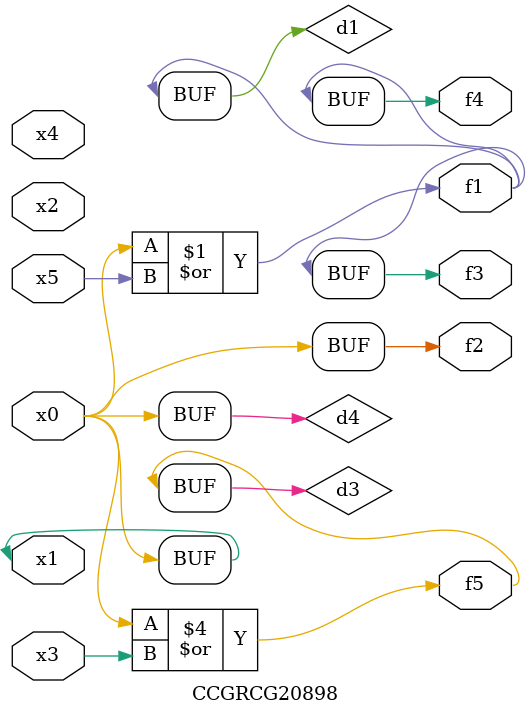
<source format=v>
module CCGRCG20898(
	input x0, x1, x2, x3, x4, x5,
	output f1, f2, f3, f4, f5
);

	wire d1, d2, d3, d4;

	or (d1, x0, x5);
	xnor (d2, x1, x4);
	or (d3, x0, x3);
	buf (d4, x0, x1);
	assign f1 = d1;
	assign f2 = d4;
	assign f3 = d1;
	assign f4 = d1;
	assign f5 = d3;
endmodule

</source>
